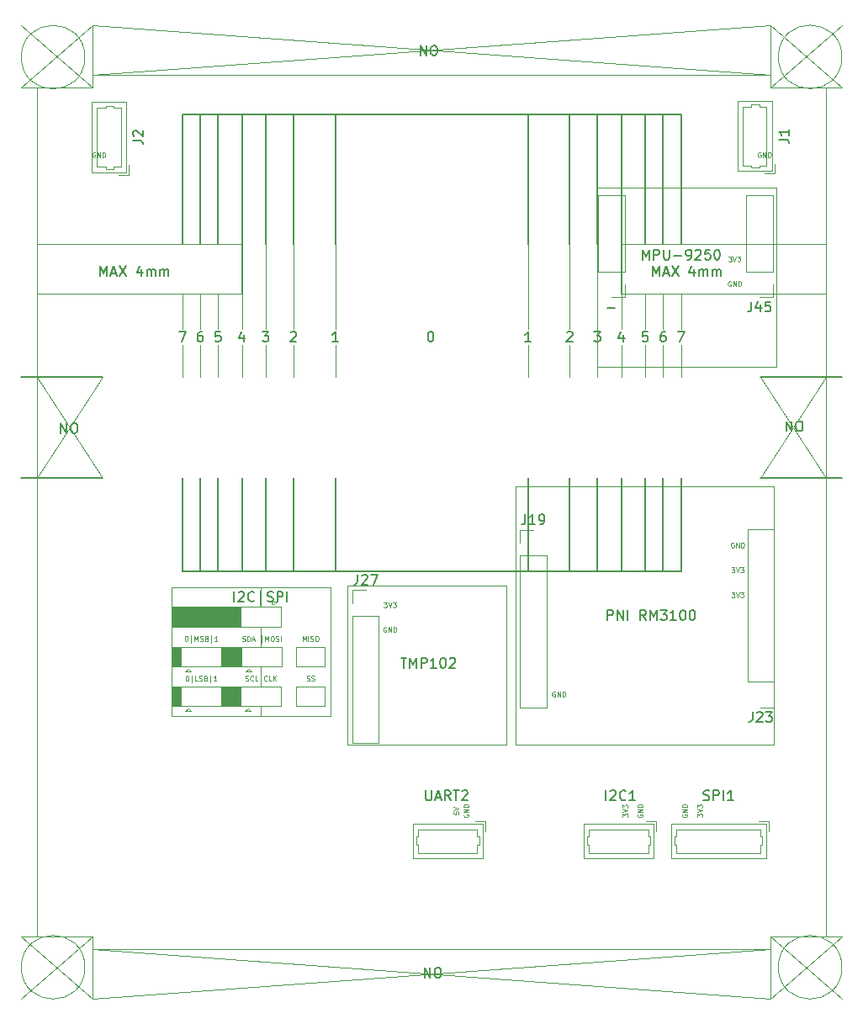
<source format=gbr>
G04 #@! TF.GenerationSoftware,KiCad,Pcbnew,(5.1.2)-2*
G04 #@! TF.CreationDate,2021-05-04T11:05:58-04:00*
G04 #@! TF.ProjectId,Magnetometer_A,4d61676e-6574-46f6-9d65-7465725f412e,rev?*
G04 #@! TF.SameCoordinates,Original*
G04 #@! TF.FileFunction,Legend,Top*
G04 #@! TF.FilePolarity,Positive*
%FSLAX46Y46*%
G04 Gerber Fmt 4.6, Leading zero omitted, Abs format (unit mm)*
G04 Created by KiCad (PCBNEW (5.1.2)-2) date 2021-05-04 11:05:58*
%MOMM*%
%LPD*%
G04 APERTURE LIST*
%ADD10C,0.125000*%
%ADD11C,0.100000*%
%ADD12C,0.120000*%
%ADD13C,0.150000*%
G04 APERTURE END LIST*
D10*
X79226190Y-112095238D02*
X79226190Y-112333333D01*
X79464285Y-112357142D01*
X79440476Y-112333333D01*
X79416666Y-112285714D01*
X79416666Y-112166666D01*
X79440476Y-112119047D01*
X79464285Y-112095238D01*
X79511904Y-112071428D01*
X79630952Y-112071428D01*
X79678571Y-112095238D01*
X79702380Y-112119047D01*
X79726190Y-112166666D01*
X79726190Y-112285714D01*
X79702380Y-112333333D01*
X79678571Y-112357142D01*
X79226190Y-111928571D02*
X79726190Y-111761904D01*
X79226190Y-111595238D01*
X106880952Y-56226190D02*
X107190476Y-56226190D01*
X107023809Y-56416666D01*
X107095238Y-56416666D01*
X107142857Y-56440476D01*
X107166666Y-56464285D01*
X107190476Y-56511904D01*
X107190476Y-56630952D01*
X107166666Y-56678571D01*
X107142857Y-56702380D01*
X107095238Y-56726190D01*
X106952380Y-56726190D01*
X106904761Y-56702380D01*
X106880952Y-56678571D01*
X107333333Y-56226190D02*
X107500000Y-56726190D01*
X107666666Y-56226190D01*
X107785714Y-56226190D02*
X108095238Y-56226190D01*
X107928571Y-56416666D01*
X108000000Y-56416666D01*
X108047619Y-56440476D01*
X108071428Y-56464285D01*
X108095238Y-56511904D01*
X108095238Y-56630952D01*
X108071428Y-56678571D01*
X108047619Y-56702380D01*
X108000000Y-56726190D01*
X107857142Y-56726190D01*
X107809523Y-56702380D01*
X107785714Y-56678571D01*
X72180952Y-91026190D02*
X72490476Y-91026190D01*
X72323809Y-91216666D01*
X72395238Y-91216666D01*
X72442857Y-91240476D01*
X72466666Y-91264285D01*
X72490476Y-91311904D01*
X72490476Y-91430952D01*
X72466666Y-91478571D01*
X72442857Y-91502380D01*
X72395238Y-91526190D01*
X72252380Y-91526190D01*
X72204761Y-91502380D01*
X72180952Y-91478571D01*
X72633333Y-91026190D02*
X72800000Y-91526190D01*
X72966666Y-91026190D01*
X73085714Y-91026190D02*
X73395238Y-91026190D01*
X73228571Y-91216666D01*
X73300000Y-91216666D01*
X73347619Y-91240476D01*
X73371428Y-91264285D01*
X73395238Y-91311904D01*
X73395238Y-91430952D01*
X73371428Y-91478571D01*
X73347619Y-91502380D01*
X73300000Y-91526190D01*
X73157142Y-91526190D01*
X73109523Y-91502380D01*
X73085714Y-91478571D01*
X107180952Y-90026190D02*
X107490476Y-90026190D01*
X107323809Y-90216666D01*
X107395238Y-90216666D01*
X107442857Y-90240476D01*
X107466666Y-90264285D01*
X107490476Y-90311904D01*
X107490476Y-90430952D01*
X107466666Y-90478571D01*
X107442857Y-90502380D01*
X107395238Y-90526190D01*
X107252380Y-90526190D01*
X107204761Y-90502380D01*
X107180952Y-90478571D01*
X107633333Y-90026190D02*
X107800000Y-90526190D01*
X107966666Y-90026190D01*
X108085714Y-90026190D02*
X108395238Y-90026190D01*
X108228571Y-90216666D01*
X108300000Y-90216666D01*
X108347619Y-90240476D01*
X108371428Y-90264285D01*
X108395238Y-90311904D01*
X108395238Y-90430952D01*
X108371428Y-90478571D01*
X108347619Y-90502380D01*
X108300000Y-90526190D01*
X108157142Y-90526190D01*
X108109523Y-90502380D01*
X108085714Y-90478571D01*
X107180952Y-87526190D02*
X107490476Y-87526190D01*
X107323809Y-87716666D01*
X107395238Y-87716666D01*
X107442857Y-87740476D01*
X107466666Y-87764285D01*
X107490476Y-87811904D01*
X107490476Y-87930952D01*
X107466666Y-87978571D01*
X107442857Y-88002380D01*
X107395238Y-88026190D01*
X107252380Y-88026190D01*
X107204761Y-88002380D01*
X107180952Y-87978571D01*
X107633333Y-87526190D02*
X107800000Y-88026190D01*
X107966666Y-87526190D01*
X108085714Y-87526190D02*
X108395238Y-87526190D01*
X108228571Y-87716666D01*
X108300000Y-87716666D01*
X108347619Y-87740476D01*
X108371428Y-87764285D01*
X108395238Y-87811904D01*
X108395238Y-87930952D01*
X108371428Y-87978571D01*
X108347619Y-88002380D01*
X108300000Y-88026190D01*
X108157142Y-88026190D01*
X108109523Y-88002380D01*
X108085714Y-87978571D01*
X103726190Y-112619047D02*
X103726190Y-112309523D01*
X103916666Y-112476190D01*
X103916666Y-112404761D01*
X103940476Y-112357142D01*
X103964285Y-112333333D01*
X104011904Y-112309523D01*
X104130952Y-112309523D01*
X104178571Y-112333333D01*
X104202380Y-112357142D01*
X104226190Y-112404761D01*
X104226190Y-112547619D01*
X104202380Y-112595238D01*
X104178571Y-112619047D01*
X103726190Y-112166666D02*
X104226190Y-112000000D01*
X103726190Y-111833333D01*
X103726190Y-111714285D02*
X103726190Y-111404761D01*
X103916666Y-111571428D01*
X103916666Y-111500000D01*
X103940476Y-111452380D01*
X103964285Y-111428571D01*
X104011904Y-111404761D01*
X104130952Y-111404761D01*
X104178571Y-111428571D01*
X104202380Y-111452380D01*
X104226190Y-111500000D01*
X104226190Y-111642857D01*
X104202380Y-111690476D01*
X104178571Y-111714285D01*
X96226190Y-112619047D02*
X96226190Y-112309523D01*
X96416666Y-112476190D01*
X96416666Y-112404761D01*
X96440476Y-112357142D01*
X96464285Y-112333333D01*
X96511904Y-112309523D01*
X96630952Y-112309523D01*
X96678571Y-112333333D01*
X96702380Y-112357142D01*
X96726190Y-112404761D01*
X96726190Y-112547619D01*
X96702380Y-112595238D01*
X96678571Y-112619047D01*
X96226190Y-112166666D02*
X96726190Y-112000000D01*
X96226190Y-111833333D01*
X96226190Y-111714285D02*
X96226190Y-111404761D01*
X96416666Y-111571428D01*
X96416666Y-111500000D01*
X96440476Y-111452380D01*
X96464285Y-111428571D01*
X96511904Y-111404761D01*
X96630952Y-111404761D01*
X96678571Y-111428571D01*
X96702380Y-111452380D01*
X96726190Y-111500000D01*
X96726190Y-111642857D01*
X96702380Y-111690476D01*
X96678571Y-111714285D01*
X80250000Y-112380952D02*
X80226190Y-112428571D01*
X80226190Y-112500000D01*
X80250000Y-112571428D01*
X80297619Y-112619047D01*
X80345238Y-112642857D01*
X80440476Y-112666666D01*
X80511904Y-112666666D01*
X80607142Y-112642857D01*
X80654761Y-112619047D01*
X80702380Y-112571428D01*
X80726190Y-112500000D01*
X80726190Y-112452380D01*
X80702380Y-112380952D01*
X80678571Y-112357142D01*
X80511904Y-112357142D01*
X80511904Y-112452380D01*
X80726190Y-112142857D02*
X80226190Y-112142857D01*
X80726190Y-111857142D01*
X80226190Y-111857142D01*
X80726190Y-111619047D02*
X80226190Y-111619047D01*
X80226190Y-111500000D01*
X80250000Y-111428571D01*
X80297619Y-111380952D01*
X80345238Y-111357142D01*
X80440476Y-111333333D01*
X80511904Y-111333333D01*
X80607142Y-111357142D01*
X80654761Y-111380952D01*
X80702380Y-111428571D01*
X80726190Y-111500000D01*
X80726190Y-111619047D01*
X97750000Y-112380952D02*
X97726190Y-112428571D01*
X97726190Y-112500000D01*
X97750000Y-112571428D01*
X97797619Y-112619047D01*
X97845238Y-112642857D01*
X97940476Y-112666666D01*
X98011904Y-112666666D01*
X98107142Y-112642857D01*
X98154761Y-112619047D01*
X98202380Y-112571428D01*
X98226190Y-112500000D01*
X98226190Y-112452380D01*
X98202380Y-112380952D01*
X98178571Y-112357142D01*
X98011904Y-112357142D01*
X98011904Y-112452380D01*
X98226190Y-112142857D02*
X97726190Y-112142857D01*
X98226190Y-111857142D01*
X97726190Y-111857142D01*
X98226190Y-111619047D02*
X97726190Y-111619047D01*
X97726190Y-111500000D01*
X97750000Y-111428571D01*
X97797619Y-111380952D01*
X97845238Y-111357142D01*
X97940476Y-111333333D01*
X98011904Y-111333333D01*
X98107142Y-111357142D01*
X98154761Y-111380952D01*
X98202380Y-111428571D01*
X98226190Y-111500000D01*
X98226190Y-111619047D01*
X102250000Y-112380952D02*
X102226190Y-112428571D01*
X102226190Y-112500000D01*
X102250000Y-112571428D01*
X102297619Y-112619047D01*
X102345238Y-112642857D01*
X102440476Y-112666666D01*
X102511904Y-112666666D01*
X102607142Y-112642857D01*
X102654761Y-112619047D01*
X102702380Y-112571428D01*
X102726190Y-112500000D01*
X102726190Y-112452380D01*
X102702380Y-112380952D01*
X102678571Y-112357142D01*
X102511904Y-112357142D01*
X102511904Y-112452380D01*
X102726190Y-112142857D02*
X102226190Y-112142857D01*
X102726190Y-111857142D01*
X102226190Y-111857142D01*
X102726190Y-111619047D02*
X102226190Y-111619047D01*
X102226190Y-111500000D01*
X102250000Y-111428571D01*
X102297619Y-111380952D01*
X102345238Y-111357142D01*
X102440476Y-111333333D01*
X102511904Y-111333333D01*
X102607142Y-111357142D01*
X102654761Y-111380952D01*
X102702380Y-111428571D01*
X102726190Y-111500000D01*
X102726190Y-111619047D01*
X89419047Y-100050000D02*
X89371428Y-100026190D01*
X89300000Y-100026190D01*
X89228571Y-100050000D01*
X89180952Y-100097619D01*
X89157142Y-100145238D01*
X89133333Y-100240476D01*
X89133333Y-100311904D01*
X89157142Y-100407142D01*
X89180952Y-100454761D01*
X89228571Y-100502380D01*
X89300000Y-100526190D01*
X89347619Y-100526190D01*
X89419047Y-100502380D01*
X89442857Y-100478571D01*
X89442857Y-100311904D01*
X89347619Y-100311904D01*
X89657142Y-100526190D02*
X89657142Y-100026190D01*
X89942857Y-100526190D01*
X89942857Y-100026190D01*
X90180952Y-100526190D02*
X90180952Y-100026190D01*
X90300000Y-100026190D01*
X90371428Y-100050000D01*
X90419047Y-100097619D01*
X90442857Y-100145238D01*
X90466666Y-100240476D01*
X90466666Y-100311904D01*
X90442857Y-100407142D01*
X90419047Y-100454761D01*
X90371428Y-100502380D01*
X90300000Y-100526190D01*
X90180952Y-100526190D01*
X107419047Y-85050000D02*
X107371428Y-85026190D01*
X107300000Y-85026190D01*
X107228571Y-85050000D01*
X107180952Y-85097619D01*
X107157142Y-85145238D01*
X107133333Y-85240476D01*
X107133333Y-85311904D01*
X107157142Y-85407142D01*
X107180952Y-85454761D01*
X107228571Y-85502380D01*
X107300000Y-85526190D01*
X107347619Y-85526190D01*
X107419047Y-85502380D01*
X107442857Y-85478571D01*
X107442857Y-85311904D01*
X107347619Y-85311904D01*
X107657142Y-85526190D02*
X107657142Y-85026190D01*
X107942857Y-85526190D01*
X107942857Y-85026190D01*
X108180952Y-85526190D02*
X108180952Y-85026190D01*
X108300000Y-85026190D01*
X108371428Y-85050000D01*
X108419047Y-85097619D01*
X108442857Y-85145238D01*
X108466666Y-85240476D01*
X108466666Y-85311904D01*
X108442857Y-85407142D01*
X108419047Y-85454761D01*
X108371428Y-85502380D01*
X108300000Y-85526190D01*
X108180952Y-85526190D01*
X72419047Y-93550000D02*
X72371428Y-93526190D01*
X72300000Y-93526190D01*
X72228571Y-93550000D01*
X72180952Y-93597619D01*
X72157142Y-93645238D01*
X72133333Y-93740476D01*
X72133333Y-93811904D01*
X72157142Y-93907142D01*
X72180952Y-93954761D01*
X72228571Y-94002380D01*
X72300000Y-94026190D01*
X72347619Y-94026190D01*
X72419047Y-94002380D01*
X72442857Y-93978571D01*
X72442857Y-93811904D01*
X72347619Y-93811904D01*
X72657142Y-94026190D02*
X72657142Y-93526190D01*
X72942857Y-94026190D01*
X72942857Y-93526190D01*
X73180952Y-94026190D02*
X73180952Y-93526190D01*
X73300000Y-93526190D01*
X73371428Y-93550000D01*
X73419047Y-93597619D01*
X73442857Y-93645238D01*
X73466666Y-93740476D01*
X73466666Y-93811904D01*
X73442857Y-93907142D01*
X73419047Y-93954761D01*
X73371428Y-94002380D01*
X73300000Y-94026190D01*
X73180952Y-94026190D01*
X43119047Y-45750000D02*
X43071428Y-45726190D01*
X43000000Y-45726190D01*
X42928571Y-45750000D01*
X42880952Y-45797619D01*
X42857142Y-45845238D01*
X42833333Y-45940476D01*
X42833333Y-46011904D01*
X42857142Y-46107142D01*
X42880952Y-46154761D01*
X42928571Y-46202380D01*
X43000000Y-46226190D01*
X43047619Y-46226190D01*
X43119047Y-46202380D01*
X43142857Y-46178571D01*
X43142857Y-46011904D01*
X43047619Y-46011904D01*
X43357142Y-46226190D02*
X43357142Y-45726190D01*
X43642857Y-46226190D01*
X43642857Y-45726190D01*
X43880952Y-46226190D02*
X43880952Y-45726190D01*
X44000000Y-45726190D01*
X44071428Y-45750000D01*
X44119047Y-45797619D01*
X44142857Y-45845238D01*
X44166666Y-45940476D01*
X44166666Y-46011904D01*
X44142857Y-46107142D01*
X44119047Y-46154761D01*
X44071428Y-46202380D01*
X44000000Y-46226190D01*
X43880952Y-46226190D01*
X110119047Y-45750000D02*
X110071428Y-45726190D01*
X110000000Y-45726190D01*
X109928571Y-45750000D01*
X109880952Y-45797619D01*
X109857142Y-45845238D01*
X109833333Y-45940476D01*
X109833333Y-46011904D01*
X109857142Y-46107142D01*
X109880952Y-46154761D01*
X109928571Y-46202380D01*
X110000000Y-46226190D01*
X110047619Y-46226190D01*
X110119047Y-46202380D01*
X110142857Y-46178571D01*
X110142857Y-46011904D01*
X110047619Y-46011904D01*
X110357142Y-46226190D02*
X110357142Y-45726190D01*
X110642857Y-46226190D01*
X110642857Y-45726190D01*
X110880952Y-46226190D02*
X110880952Y-45726190D01*
X111000000Y-45726190D01*
X111071428Y-45750000D01*
X111119047Y-45797619D01*
X111142857Y-45845238D01*
X111166666Y-45940476D01*
X111166666Y-46011904D01*
X111142857Y-46107142D01*
X111119047Y-46154761D01*
X111071428Y-46202380D01*
X111000000Y-46226190D01*
X110880952Y-46226190D01*
X107119047Y-58750000D02*
X107071428Y-58726190D01*
X107000000Y-58726190D01*
X106928571Y-58750000D01*
X106880952Y-58797619D01*
X106857142Y-58845238D01*
X106833333Y-58940476D01*
X106833333Y-59011904D01*
X106857142Y-59107142D01*
X106880952Y-59154761D01*
X106928571Y-59202380D01*
X107000000Y-59226190D01*
X107047619Y-59226190D01*
X107119047Y-59202380D01*
X107142857Y-59178571D01*
X107142857Y-59011904D01*
X107047619Y-59011904D01*
X107357142Y-59226190D02*
X107357142Y-58726190D01*
X107642857Y-59226190D01*
X107642857Y-58726190D01*
X107880952Y-59226190D02*
X107880952Y-58726190D01*
X108000000Y-58726190D01*
X108071428Y-58750000D01*
X108119047Y-58797619D01*
X108142857Y-58845238D01*
X108166666Y-58940476D01*
X108166666Y-59011904D01*
X108142857Y-59107142D01*
X108119047Y-59154761D01*
X108071428Y-59202380D01*
X108000000Y-59226190D01*
X107880952Y-59226190D01*
D11*
G36*
X57750000Y-93500000D02*
G01*
X50800000Y-93500000D01*
X50800000Y-91500000D01*
X57750000Y-91500000D01*
X57750000Y-93500000D01*
G37*
X57750000Y-93500000D02*
X50800000Y-93500000D01*
X50800000Y-91500000D01*
X57750000Y-91500000D01*
X57750000Y-93500000D01*
G36*
X51750000Y-101500000D02*
G01*
X50800000Y-101500000D01*
X50800000Y-99500000D01*
X51750000Y-99500000D01*
X51750000Y-101500000D01*
G37*
X51750000Y-101500000D02*
X50800000Y-101500000D01*
X50800000Y-99500000D01*
X51750000Y-99500000D01*
X51750000Y-101500000D01*
G36*
X51750000Y-97500000D02*
G01*
X50800000Y-97500000D01*
X50800000Y-95500000D01*
X51800000Y-95500000D01*
X51750000Y-97500000D01*
G37*
X51750000Y-97500000D02*
X50800000Y-97500000D01*
X50800000Y-95500000D01*
X51800000Y-95500000D01*
X51750000Y-97500000D01*
G36*
X57750000Y-97500000D02*
G01*
X55850000Y-97500000D01*
X55850000Y-95500000D01*
X57750000Y-95500000D01*
X57750000Y-97500000D01*
G37*
X57750000Y-97500000D02*
X55850000Y-97500000D01*
X55850000Y-95500000D01*
X57750000Y-95500000D01*
X57750000Y-97500000D01*
G36*
X57750000Y-101500000D02*
G01*
X55850000Y-101500000D01*
X55850000Y-99500000D01*
X57750000Y-99500000D01*
X57750000Y-101500000D01*
G37*
X57750000Y-101500000D02*
X55850000Y-101500000D01*
X55850000Y-99500000D01*
X57750000Y-99500000D01*
X57750000Y-101500000D01*
D12*
X50800000Y-102500000D02*
X59800000Y-102500000D01*
X50800000Y-89500000D02*
X50800000Y-102500000D01*
X59800000Y-89500000D02*
X50800000Y-89500000D01*
X59800000Y-91500000D02*
X59800000Y-89500000D01*
X59800000Y-99500000D02*
X59800000Y-97500000D01*
X59800000Y-95500000D02*
X59800000Y-93500000D01*
X59800000Y-102500000D02*
X59800000Y-101500000D01*
X66800000Y-102500000D02*
X59800000Y-102500000D01*
X66800000Y-89500000D02*
X66800000Y-102500000D01*
X59800000Y-89500000D02*
X66800000Y-89500000D01*
D13*
X98219047Y-56552380D02*
X98219047Y-55552380D01*
X98552380Y-56266666D01*
X98885714Y-55552380D01*
X98885714Y-56552380D01*
X99361904Y-56552380D02*
X99361904Y-55552380D01*
X99742857Y-55552380D01*
X99838095Y-55600000D01*
X99885714Y-55647619D01*
X99933333Y-55742857D01*
X99933333Y-55885714D01*
X99885714Y-55980952D01*
X99838095Y-56028571D01*
X99742857Y-56076190D01*
X99361904Y-56076190D01*
X100361904Y-55552380D02*
X100361904Y-56361904D01*
X100409523Y-56457142D01*
X100457142Y-56504761D01*
X100552380Y-56552380D01*
X100742857Y-56552380D01*
X100838095Y-56504761D01*
X100885714Y-56457142D01*
X100933333Y-56361904D01*
X100933333Y-55552380D01*
X101409523Y-56171428D02*
X102171428Y-56171428D01*
X102695238Y-56552380D02*
X102885714Y-56552380D01*
X102980952Y-56504761D01*
X103028571Y-56457142D01*
X103123809Y-56314285D01*
X103171428Y-56123809D01*
X103171428Y-55742857D01*
X103123809Y-55647619D01*
X103076190Y-55600000D01*
X102980952Y-55552380D01*
X102790476Y-55552380D01*
X102695238Y-55600000D01*
X102647619Y-55647619D01*
X102600000Y-55742857D01*
X102600000Y-55980952D01*
X102647619Y-56076190D01*
X102695238Y-56123809D01*
X102790476Y-56171428D01*
X102980952Y-56171428D01*
X103076190Y-56123809D01*
X103123809Y-56076190D01*
X103171428Y-55980952D01*
X103552380Y-55647619D02*
X103600000Y-55600000D01*
X103695238Y-55552380D01*
X103933333Y-55552380D01*
X104028571Y-55600000D01*
X104076190Y-55647619D01*
X104123809Y-55742857D01*
X104123809Y-55838095D01*
X104076190Y-55980952D01*
X103504761Y-56552380D01*
X104123809Y-56552380D01*
X105028571Y-55552380D02*
X104552380Y-55552380D01*
X104504761Y-56028571D01*
X104552380Y-55980952D01*
X104647619Y-55933333D01*
X104885714Y-55933333D01*
X104980952Y-55980952D01*
X105028571Y-56028571D01*
X105076190Y-56123809D01*
X105076190Y-56361904D01*
X105028571Y-56457142D01*
X104980952Y-56504761D01*
X104885714Y-56552380D01*
X104647619Y-56552380D01*
X104552380Y-56504761D01*
X104504761Y-56457142D01*
X105695238Y-55552380D02*
X105790476Y-55552380D01*
X105885714Y-55600000D01*
X105933333Y-55647619D01*
X105980952Y-55742857D01*
X106028571Y-55933333D01*
X106028571Y-56171428D01*
X105980952Y-56361904D01*
X105933333Y-56457142D01*
X105885714Y-56504761D01*
X105790476Y-56552380D01*
X105695238Y-56552380D01*
X105600000Y-56504761D01*
X105552380Y-56457142D01*
X105504761Y-56361904D01*
X105457142Y-56171428D01*
X105457142Y-55933333D01*
X105504761Y-55742857D01*
X105552380Y-55647619D01*
X105600000Y-55600000D01*
X105695238Y-55552380D01*
D12*
X93680000Y-67330000D02*
X93680000Y-49330000D01*
X111680000Y-67330000D02*
X93680000Y-67330000D01*
X111680000Y-49330000D02*
X111680000Y-67330000D01*
X93680000Y-49330000D02*
X111680000Y-49330000D01*
D13*
X73914285Y-96622380D02*
X74485714Y-96622380D01*
X74200000Y-97622380D02*
X74200000Y-96622380D01*
X74819047Y-97622380D02*
X74819047Y-96622380D01*
X75152380Y-97336666D01*
X75485714Y-96622380D01*
X75485714Y-97622380D01*
X75961904Y-97622380D02*
X75961904Y-96622380D01*
X76342857Y-96622380D01*
X76438095Y-96670000D01*
X76485714Y-96717619D01*
X76533333Y-96812857D01*
X76533333Y-96955714D01*
X76485714Y-97050952D01*
X76438095Y-97098571D01*
X76342857Y-97146190D01*
X75961904Y-97146190D01*
X77485714Y-97622380D02*
X76914285Y-97622380D01*
X77200000Y-97622380D02*
X77200000Y-96622380D01*
X77104761Y-96765238D01*
X77009523Y-96860476D01*
X76914285Y-96908095D01*
X78104761Y-96622380D02*
X78200000Y-96622380D01*
X78295238Y-96670000D01*
X78342857Y-96717619D01*
X78390476Y-96812857D01*
X78438095Y-97003333D01*
X78438095Y-97241428D01*
X78390476Y-97431904D01*
X78342857Y-97527142D01*
X78295238Y-97574761D01*
X78200000Y-97622380D01*
X78104761Y-97622380D01*
X78009523Y-97574761D01*
X77961904Y-97527142D01*
X77914285Y-97431904D01*
X77866666Y-97241428D01*
X77866666Y-97003333D01*
X77914285Y-96812857D01*
X77961904Y-96717619D01*
X78009523Y-96670000D01*
X78104761Y-96622380D01*
X78819047Y-96717619D02*
X78866666Y-96670000D01*
X78961904Y-96622380D01*
X79200000Y-96622380D01*
X79295238Y-96670000D01*
X79342857Y-96717619D01*
X79390476Y-96812857D01*
X79390476Y-96908095D01*
X79342857Y-97050952D01*
X78771428Y-97622380D01*
X79390476Y-97622380D01*
D12*
X84500000Y-89370000D02*
X84500000Y-105370000D01*
X68500000Y-105370000D02*
X84500000Y-105370000D01*
X68500000Y-89370000D02*
X84500000Y-89370000D01*
X68500000Y-89370000D02*
X68500000Y-105370000D01*
X85490000Y-105360000D02*
X111490000Y-105360000D01*
X85490000Y-79360000D02*
X85490000Y-105360000D01*
X111490000Y-79360000D02*
X111490000Y-105360000D01*
X110490000Y-79360000D02*
X111490000Y-79360000D01*
X85490000Y-79360000D02*
X110490000Y-79360000D01*
D13*
X94709047Y-92812380D02*
X94709047Y-91812380D01*
X95090000Y-91812380D01*
X95185238Y-91860000D01*
X95232857Y-91907619D01*
X95280476Y-92002857D01*
X95280476Y-92145714D01*
X95232857Y-92240952D01*
X95185238Y-92288571D01*
X95090000Y-92336190D01*
X94709047Y-92336190D01*
X95709047Y-92812380D02*
X95709047Y-91812380D01*
X96280476Y-92812380D01*
X96280476Y-91812380D01*
X96756666Y-92812380D02*
X96756666Y-91812380D01*
X98566190Y-92812380D02*
X98232857Y-92336190D01*
X97994761Y-92812380D02*
X97994761Y-91812380D01*
X98375714Y-91812380D01*
X98470952Y-91860000D01*
X98518571Y-91907619D01*
X98566190Y-92002857D01*
X98566190Y-92145714D01*
X98518571Y-92240952D01*
X98470952Y-92288571D01*
X98375714Y-92336190D01*
X97994761Y-92336190D01*
X98994761Y-92812380D02*
X98994761Y-91812380D01*
X99328095Y-92526666D01*
X99661428Y-91812380D01*
X99661428Y-92812380D01*
X100042380Y-91812380D02*
X100661428Y-91812380D01*
X100328095Y-92193333D01*
X100470952Y-92193333D01*
X100566190Y-92240952D01*
X100613809Y-92288571D01*
X100661428Y-92383809D01*
X100661428Y-92621904D01*
X100613809Y-92717142D01*
X100566190Y-92764761D01*
X100470952Y-92812380D01*
X100185238Y-92812380D01*
X100090000Y-92764761D01*
X100042380Y-92717142D01*
X101613809Y-92812380D02*
X101042380Y-92812380D01*
X101328095Y-92812380D02*
X101328095Y-91812380D01*
X101232857Y-91955238D01*
X101137619Y-92050476D01*
X101042380Y-92098095D01*
X102232857Y-91812380D02*
X102328095Y-91812380D01*
X102423333Y-91860000D01*
X102470952Y-91907619D01*
X102518571Y-92002857D01*
X102566190Y-92193333D01*
X102566190Y-92431428D01*
X102518571Y-92621904D01*
X102470952Y-92717142D01*
X102423333Y-92764761D01*
X102328095Y-92812380D01*
X102232857Y-92812380D01*
X102137619Y-92764761D01*
X102090000Y-92717142D01*
X102042380Y-92621904D01*
X101994761Y-92431428D01*
X101994761Y-92193333D01*
X102042380Y-92002857D01*
X102090000Y-91907619D01*
X102137619Y-91860000D01*
X102232857Y-91812380D01*
X103185238Y-91812380D02*
X103280476Y-91812380D01*
X103375714Y-91860000D01*
X103423333Y-91907619D01*
X103470952Y-92002857D01*
X103518571Y-92193333D01*
X103518571Y-92431428D01*
X103470952Y-92621904D01*
X103423333Y-92717142D01*
X103375714Y-92764761D01*
X103280476Y-92812380D01*
X103185238Y-92812380D01*
X103090000Y-92764761D01*
X103042380Y-92717142D01*
X102994761Y-92621904D01*
X102947142Y-92431428D01*
X102947142Y-92193333D01*
X102994761Y-92002857D01*
X103042380Y-91907619D01*
X103090000Y-91860000D01*
X103185238Y-91812380D01*
D12*
X116700000Y-124650000D02*
X116700000Y-39250000D01*
X37300000Y-39250000D02*
X37300000Y-124650000D01*
X42900000Y-37950000D02*
X111100000Y-37950000D01*
X42890000Y-32950000D02*
X111100000Y-37950000D01*
X111100000Y-32950000D02*
X42910000Y-37950000D01*
X42900000Y-125950000D02*
X111110000Y-125950000D01*
X111100000Y-130950000D02*
X42900000Y-125950000D01*
X42900000Y-130950000D02*
X111110000Y-125950000D01*
X35700000Y-130950000D02*
X42900000Y-124650000D01*
X35700000Y-124650000D02*
X42900000Y-130950000D01*
X118300000Y-124650000D02*
X111100000Y-130950000D01*
X118300000Y-130950000D02*
X111100000Y-124660000D01*
X111100000Y-39250000D02*
X111100000Y-32950000D01*
X111100000Y-39250000D02*
X118300000Y-39250000D01*
X118300000Y-32950000D02*
X111100000Y-39250000D01*
X111100000Y-32950000D02*
X118300000Y-39250000D01*
X35700000Y-39250000D02*
X42910000Y-39260000D01*
X42890000Y-32950000D02*
X42910000Y-39260000D01*
X35700000Y-39250000D02*
X42890000Y-32950000D01*
X35700000Y-32950000D02*
X42910000Y-39260000D01*
X111100000Y-124660000D02*
X118300000Y-124650000D01*
X111100000Y-130950000D02*
X111100000Y-124660000D01*
X42900000Y-124650000D02*
X42900000Y-130950000D01*
X35700000Y-124650000D02*
X42900000Y-124650000D01*
X110100000Y-68350000D02*
X116700000Y-78550000D01*
X110100000Y-78550000D02*
X116700000Y-68350000D01*
X43900000Y-78550000D02*
X37300000Y-68350000D01*
X43900000Y-68350000D02*
X37300000Y-78550000D01*
X96100000Y-59950000D02*
X116700000Y-59950000D01*
X96100000Y-54950000D02*
X116700000Y-54950000D01*
X57900000Y-59950000D02*
X37300000Y-59950000D01*
X57900000Y-54950000D02*
X37300000Y-54950000D01*
X60300000Y-59950000D02*
X60300000Y-54950000D01*
X63100000Y-59950000D02*
X63100000Y-54950000D01*
X67300000Y-59950000D02*
X67300000Y-54950000D01*
X86700000Y-59950000D02*
X86700000Y-54950000D01*
X90900000Y-59950000D02*
X90900000Y-54950000D01*
X93700000Y-59950000D02*
X93700000Y-54950000D01*
D13*
X93366666Y-63802380D02*
X93985714Y-63802380D01*
X93652380Y-64183333D01*
X93795238Y-64183333D01*
X93890476Y-64230952D01*
X93938095Y-64278571D01*
X93985714Y-64373809D01*
X93985714Y-64611904D01*
X93938095Y-64707142D01*
X93890476Y-64754761D01*
X93795238Y-64802380D01*
X93509523Y-64802380D01*
X93414285Y-64754761D01*
X93366666Y-64707142D01*
D12*
X102100000Y-59950000D02*
X102100000Y-63550000D01*
X102100000Y-68350000D02*
X102100000Y-65150000D01*
X100300000Y-59950000D02*
X100300000Y-63550000D01*
X100300000Y-68350000D02*
X100300000Y-65150000D01*
X98500000Y-68350000D02*
X98500000Y-65150000D01*
X98500000Y-59950000D02*
X98500000Y-63550000D01*
X96100000Y-59950000D02*
X96100000Y-63550000D01*
X96100000Y-68350000D02*
X96100000Y-65150000D01*
X93700000Y-59950000D02*
X93700000Y-63550000D01*
X93700000Y-68350000D02*
X93700000Y-65150000D01*
X90900000Y-59950000D02*
X90900000Y-63550000D01*
X90900000Y-68350000D02*
X90900000Y-65150000D01*
X86700000Y-59950000D02*
X86700000Y-63550000D01*
X86700000Y-68350000D02*
X86700000Y-65150000D01*
X67300000Y-59950000D02*
X67300000Y-63550000D01*
X67300000Y-68350000D02*
X67300000Y-65150000D01*
X63100000Y-68350000D02*
X63100000Y-65150000D01*
X63100000Y-59950000D02*
X63100000Y-63550000D01*
X60300000Y-65150000D02*
X60300000Y-68350000D01*
X60300000Y-59950000D02*
X60300000Y-63550000D01*
X57900000Y-65150000D02*
X57900000Y-68350000D01*
X57900000Y-63550000D02*
X57900000Y-59950000D01*
D13*
X55738095Y-63802380D02*
X55261904Y-63802380D01*
X55214285Y-64278571D01*
X55261904Y-64230952D01*
X55357142Y-64183333D01*
X55595238Y-64183333D01*
X55690476Y-64230952D01*
X55738095Y-64278571D01*
X55785714Y-64373809D01*
X55785714Y-64611904D01*
X55738095Y-64707142D01*
X55690476Y-64754761D01*
X55595238Y-64802380D01*
X55357142Y-64802380D01*
X55261904Y-64754761D01*
X55214285Y-64707142D01*
D12*
X55500000Y-65150000D02*
X55500000Y-68350000D01*
X55500000Y-63550000D02*
X55500000Y-59950000D01*
D13*
X53890476Y-63802380D02*
X53700000Y-63802380D01*
X53604761Y-63850000D01*
X53557142Y-63897619D01*
X53461904Y-64040476D01*
X53414285Y-64230952D01*
X53414285Y-64611904D01*
X53461904Y-64707142D01*
X53509523Y-64754761D01*
X53604761Y-64802380D01*
X53795238Y-64802380D01*
X53890476Y-64754761D01*
X53938095Y-64707142D01*
X53985714Y-64611904D01*
X53985714Y-64373809D01*
X53938095Y-64278571D01*
X53890476Y-64230952D01*
X53795238Y-64183333D01*
X53604761Y-64183333D01*
X53509523Y-64230952D01*
X53461904Y-64278571D01*
X53414285Y-64373809D01*
D12*
X53700000Y-63550000D02*
X53700000Y-59950000D01*
X53700000Y-68350000D02*
X53700000Y-65150000D01*
X51900000Y-68350000D02*
X51900000Y-65150000D01*
X51900000Y-59950000D02*
X51900000Y-63550000D01*
D13*
X51566666Y-63802380D02*
X52233333Y-63802380D01*
X51804761Y-64802380D01*
X58090476Y-64135714D02*
X58090476Y-64802380D01*
X57852380Y-63754761D02*
X57614285Y-64469047D01*
X58233333Y-64469047D01*
X59966666Y-63802380D02*
X60585714Y-63802380D01*
X60252380Y-64183333D01*
X60395238Y-64183333D01*
X60490476Y-64230952D01*
X60538095Y-64278571D01*
X60585714Y-64373809D01*
X60585714Y-64611904D01*
X60538095Y-64707142D01*
X60490476Y-64754761D01*
X60395238Y-64802380D01*
X60109523Y-64802380D01*
X60014285Y-64754761D01*
X59966666Y-64707142D01*
X101766666Y-63802380D02*
X102433333Y-63802380D01*
X102004761Y-64802380D01*
X100490476Y-63802380D02*
X100300000Y-63802380D01*
X100204761Y-63850000D01*
X100157142Y-63897619D01*
X100061904Y-64040476D01*
X100014285Y-64230952D01*
X100014285Y-64611904D01*
X100061904Y-64707142D01*
X100109523Y-64754761D01*
X100204761Y-64802380D01*
X100395238Y-64802380D01*
X100490476Y-64754761D01*
X100538095Y-64707142D01*
X100585714Y-64611904D01*
X100585714Y-64373809D01*
X100538095Y-64278571D01*
X100490476Y-64230952D01*
X100395238Y-64183333D01*
X100204761Y-64183333D01*
X100109523Y-64230952D01*
X100061904Y-64278571D01*
X100014285Y-64373809D01*
X98738095Y-63802380D02*
X98261904Y-63802380D01*
X98214285Y-64278571D01*
X98261904Y-64230952D01*
X98357142Y-64183333D01*
X98595238Y-64183333D01*
X98690476Y-64230952D01*
X98738095Y-64278571D01*
X98785714Y-64373809D01*
X98785714Y-64611904D01*
X98738095Y-64707142D01*
X98690476Y-64754761D01*
X98595238Y-64802380D01*
X98357142Y-64802380D01*
X98261904Y-64754761D01*
X98214285Y-64707142D01*
X96290476Y-64135714D02*
X96290476Y-64802380D01*
X96052380Y-63754761D02*
X95814285Y-64469047D01*
X96433333Y-64469047D01*
X62814285Y-63897619D02*
X62861904Y-63850000D01*
X62957142Y-63802380D01*
X63195238Y-63802380D01*
X63290476Y-63850000D01*
X63338095Y-63897619D01*
X63385714Y-63992857D01*
X63385714Y-64088095D01*
X63338095Y-64230952D01*
X62766666Y-64802380D01*
X63385714Y-64802380D01*
X90614285Y-63897619D02*
X90661904Y-63850000D01*
X90757142Y-63802380D01*
X90995238Y-63802380D01*
X91090476Y-63850000D01*
X91138095Y-63897619D01*
X91185714Y-63992857D01*
X91185714Y-64088095D01*
X91138095Y-64230952D01*
X90566666Y-64802380D01*
X91185714Y-64802380D01*
X67585714Y-64802380D02*
X67014285Y-64802380D01*
X67300000Y-64802380D02*
X67300000Y-63802380D01*
X67204761Y-63945238D01*
X67109523Y-64040476D01*
X67014285Y-64088095D01*
X86985714Y-64802380D02*
X86414285Y-64802380D01*
X86700000Y-64802380D02*
X86700000Y-63802380D01*
X86604761Y-63945238D01*
X86509523Y-64040476D01*
X86414285Y-64088095D01*
X102100000Y-87950000D02*
X51900000Y-87950000D01*
X51900000Y-41950000D02*
X102100000Y-41950000D01*
X76852380Y-63802380D02*
X76947619Y-63802380D01*
X77042857Y-63850000D01*
X77090476Y-63897619D01*
X77138095Y-63992857D01*
X77185714Y-64183333D01*
X77185714Y-64421428D01*
X77138095Y-64611904D01*
X77090476Y-64707142D01*
X77042857Y-64754761D01*
X76947619Y-64802380D01*
X76852380Y-64802380D01*
X76757142Y-64754761D01*
X76709523Y-64707142D01*
X76661904Y-64611904D01*
X76614285Y-64421428D01*
X76614285Y-64183333D01*
X76661904Y-63992857D01*
X76709523Y-63897619D01*
X76757142Y-63850000D01*
X76852380Y-63802380D01*
X53700000Y-87950000D02*
X53700000Y-78550000D01*
X53700000Y-54950000D02*
X53700000Y-41950000D01*
X100300000Y-54950000D02*
X100300000Y-41950000D01*
X100300000Y-87950000D02*
X100300000Y-78550000D01*
X55500000Y-54950000D02*
X55500000Y-41950000D01*
X55500000Y-87950000D02*
X55500000Y-78550000D01*
X98500000Y-78550000D02*
X98500000Y-87950000D01*
X98500000Y-54950000D02*
X98500000Y-41950000D01*
X43671428Y-58202380D02*
X43671428Y-57202380D01*
X44004761Y-57916666D01*
X44338095Y-57202380D01*
X44338095Y-58202380D01*
X44766666Y-57916666D02*
X45242857Y-57916666D01*
X44671428Y-58202380D02*
X45004761Y-57202380D01*
X45338095Y-58202380D01*
X45576190Y-57202380D02*
X46242857Y-58202380D01*
X46242857Y-57202380D02*
X45576190Y-58202380D01*
X47814285Y-57535714D02*
X47814285Y-58202380D01*
X47576190Y-57154761D02*
X47338095Y-57869047D01*
X47957142Y-57869047D01*
X48338095Y-58202380D02*
X48338095Y-57535714D01*
X48338095Y-57630952D02*
X48385714Y-57583333D01*
X48480952Y-57535714D01*
X48623809Y-57535714D01*
X48719047Y-57583333D01*
X48766666Y-57678571D01*
X48766666Y-58202380D01*
X48766666Y-57678571D02*
X48814285Y-57583333D01*
X48909523Y-57535714D01*
X49052380Y-57535714D01*
X49147619Y-57583333D01*
X49195238Y-57678571D01*
X49195238Y-58202380D01*
X49671428Y-58202380D02*
X49671428Y-57535714D01*
X49671428Y-57630952D02*
X49719047Y-57583333D01*
X49814285Y-57535714D01*
X49957142Y-57535714D01*
X50052380Y-57583333D01*
X50100000Y-57678571D01*
X50100000Y-58202380D01*
X50100000Y-57678571D02*
X50147619Y-57583333D01*
X50242857Y-57535714D01*
X50385714Y-57535714D01*
X50480952Y-57583333D01*
X50528571Y-57678571D01*
X50528571Y-58202380D01*
X99271428Y-58202380D02*
X99271428Y-57202380D01*
X99604761Y-57916666D01*
X99938095Y-57202380D01*
X99938095Y-58202380D01*
X100366666Y-57916666D02*
X100842857Y-57916666D01*
X100271428Y-58202380D02*
X100604761Y-57202380D01*
X100938095Y-58202380D01*
X101176190Y-57202380D02*
X101842857Y-58202380D01*
X101842857Y-57202380D02*
X101176190Y-58202380D01*
X103414285Y-57535714D02*
X103414285Y-58202380D01*
X103176190Y-57154761D02*
X102938095Y-57869047D01*
X103557142Y-57869047D01*
X103938095Y-58202380D02*
X103938095Y-57535714D01*
X103938095Y-57630952D02*
X103985714Y-57583333D01*
X104080952Y-57535714D01*
X104223809Y-57535714D01*
X104319047Y-57583333D01*
X104366666Y-57678571D01*
X104366666Y-58202380D01*
X104366666Y-57678571D02*
X104414285Y-57583333D01*
X104509523Y-57535714D01*
X104652380Y-57535714D01*
X104747619Y-57583333D01*
X104795238Y-57678571D01*
X104795238Y-58202380D01*
X105271428Y-58202380D02*
X105271428Y-57535714D01*
X105271428Y-57630952D02*
X105319047Y-57583333D01*
X105414285Y-57535714D01*
X105557142Y-57535714D01*
X105652380Y-57583333D01*
X105700000Y-57678571D01*
X105700000Y-58202380D01*
X105700000Y-57678571D02*
X105747619Y-57583333D01*
X105842857Y-57535714D01*
X105985714Y-57535714D01*
X106080952Y-57583333D01*
X106128571Y-57678571D01*
X106128571Y-58202380D01*
X96100000Y-54950000D02*
X96100000Y-59950000D01*
X57900000Y-54950000D02*
X57900000Y-59950000D01*
X57900000Y-54950000D02*
X57900000Y-41950000D01*
X57900000Y-87950000D02*
X57900000Y-78550000D01*
X96100000Y-54950000D02*
X96100000Y-41950000D01*
X96100000Y-87950000D02*
X96100000Y-78550000D01*
X60300000Y-54950000D02*
X60300000Y-41950000D01*
X60300000Y-87950000D02*
X60300000Y-78550000D01*
X93700000Y-54950000D02*
X93700000Y-41950000D01*
X93700000Y-87950000D02*
X93700000Y-78550000D01*
X63100000Y-54950000D02*
X63100000Y-41950000D01*
X63100000Y-87950000D02*
X63100000Y-78550000D01*
X90900000Y-54950000D02*
X90900000Y-41950000D01*
X90900000Y-87950000D02*
X90900000Y-78550000D01*
X51900000Y-54950000D02*
X51900000Y-41950000D01*
X51900000Y-87950000D02*
X51900000Y-78550000D01*
X102100000Y-54950000D02*
X102100000Y-41950000D01*
X102100000Y-87950000D02*
X102100000Y-78550000D01*
X67300000Y-54950000D02*
X67300000Y-41950000D01*
X67300000Y-87950000D02*
X67300000Y-78550000D01*
X86700000Y-54950000D02*
X86700000Y-41950000D01*
X86700000Y-87950000D02*
X86700000Y-78550000D01*
X76290476Y-128802380D02*
X76290476Y-127802380D01*
X76861904Y-128802380D01*
X76861904Y-127802380D01*
X77528571Y-127802380D02*
X77719047Y-127802380D01*
X77814285Y-127850000D01*
X77909523Y-127945238D01*
X77957142Y-128135714D01*
X77957142Y-128469047D01*
X77909523Y-128659523D01*
X77814285Y-128754761D01*
X77719047Y-128802380D01*
X77528571Y-128802380D01*
X77433333Y-128754761D01*
X77338095Y-128659523D01*
X77290476Y-128469047D01*
X77290476Y-128135714D01*
X77338095Y-127945238D01*
X77433333Y-127850000D01*
X77528571Y-127802380D01*
X112690476Y-73802380D02*
X112690476Y-72802380D01*
X113261904Y-73802380D01*
X113261904Y-72802380D01*
X113928571Y-72802380D02*
X114119047Y-72802380D01*
X114214285Y-72850000D01*
X114309523Y-72945238D01*
X114357142Y-73135714D01*
X114357142Y-73469047D01*
X114309523Y-73659523D01*
X114214285Y-73754761D01*
X114119047Y-73802380D01*
X113928571Y-73802380D01*
X113833333Y-73754761D01*
X113738095Y-73659523D01*
X113690476Y-73469047D01*
X113690476Y-73135714D01*
X113738095Y-72945238D01*
X113833333Y-72850000D01*
X113928571Y-72802380D01*
X39690476Y-74002380D02*
X39690476Y-73002380D01*
X40261904Y-74002380D01*
X40261904Y-73002380D01*
X40928571Y-73002380D02*
X41119047Y-73002380D01*
X41214285Y-73050000D01*
X41309523Y-73145238D01*
X41357142Y-73335714D01*
X41357142Y-73669047D01*
X41309523Y-73859523D01*
X41214285Y-73954761D01*
X41119047Y-74002380D01*
X40928571Y-74002380D01*
X40833333Y-73954761D01*
X40738095Y-73859523D01*
X40690476Y-73669047D01*
X40690476Y-73335714D01*
X40738095Y-73145238D01*
X40833333Y-73050000D01*
X40928571Y-73002380D01*
X75890476Y-36002380D02*
X75890476Y-35002380D01*
X76461904Y-36002380D01*
X76461904Y-35002380D01*
X77128571Y-35002380D02*
X77319047Y-35002380D01*
X77414285Y-35050000D01*
X77509523Y-35145238D01*
X77557142Y-35335714D01*
X77557142Y-35669047D01*
X77509523Y-35859523D01*
X77414285Y-35954761D01*
X77319047Y-36002380D01*
X77128571Y-36002380D01*
X77033333Y-35954761D01*
X76938095Y-35859523D01*
X76890476Y-35669047D01*
X76890476Y-35335714D01*
X76938095Y-35145238D01*
X77033333Y-35050000D01*
X77128571Y-35002380D01*
X43900000Y-78550000D02*
X35700000Y-78550000D01*
X43900000Y-68350000D02*
X35700000Y-68350000D01*
X110100000Y-68350000D02*
X118300000Y-68350000D01*
X110100000Y-78550000D02*
X118300000Y-78550000D01*
D12*
X96430000Y-50050000D02*
X93770000Y-50050000D01*
X96430000Y-57730000D02*
X96430000Y-50050000D01*
X93770000Y-57730000D02*
X93770000Y-50050000D01*
X96430000Y-57730000D02*
X93770000Y-57730000D01*
X96430000Y-59000000D02*
X96430000Y-60330000D01*
X96430000Y-60330000D02*
X95100000Y-60330000D01*
X42100000Y-36175000D02*
G75*
G03X42100000Y-36175000I-3200000J0D01*
G01*
X118300000Y-127750000D02*
G75*
G03X118300000Y-127750000I-3200000J0D01*
G01*
X118300000Y-36150000D02*
G75*
G03X118300000Y-36150000I-3200000J0D01*
G01*
X42100000Y-127750000D02*
G75*
G03X42100000Y-127750000I-3200000J0D01*
G01*
X107775000Y-47650000D02*
X111275000Y-47650000D01*
X111275000Y-47650000D02*
X111275000Y-40600000D01*
X111275000Y-40600000D02*
X107775000Y-40600000D01*
X107775000Y-40600000D02*
X107775000Y-47650000D01*
X110725000Y-44125000D02*
X110725000Y-47100000D01*
X110725000Y-47100000D02*
X110000000Y-47100000D01*
X110000000Y-47100000D02*
X110000000Y-47300000D01*
X110000000Y-47300000D02*
X109200000Y-47300000D01*
X109200000Y-47300000D02*
X109200000Y-47100000D01*
X109200000Y-47100000D02*
X108325000Y-47100000D01*
X108325000Y-47100000D02*
X108325000Y-44125000D01*
X110725000Y-44125000D02*
X110725000Y-41150000D01*
X110725000Y-41150000D02*
X110000000Y-41150000D01*
X110000000Y-41150000D02*
X110000000Y-40950000D01*
X110000000Y-40950000D02*
X109200000Y-40950000D01*
X109200000Y-40950000D02*
X109200000Y-41150000D01*
X109200000Y-41150000D02*
X108325000Y-41150000D01*
X108325000Y-41150000D02*
X108325000Y-44125000D01*
X111525000Y-47900000D02*
X110525000Y-47900000D01*
X111525000Y-47900000D02*
X111525000Y-46900000D01*
X46525000Y-48000000D02*
X46525000Y-47000000D01*
X46525000Y-48000000D02*
X45525000Y-48000000D01*
X43325000Y-41250000D02*
X43325000Y-44225000D01*
X44200000Y-41250000D02*
X43325000Y-41250000D01*
X44200000Y-41050000D02*
X44200000Y-41250000D01*
X45000000Y-41050000D02*
X44200000Y-41050000D01*
X45000000Y-41250000D02*
X45000000Y-41050000D01*
X45725000Y-41250000D02*
X45000000Y-41250000D01*
X45725000Y-44225000D02*
X45725000Y-41250000D01*
X43325000Y-47200000D02*
X43325000Y-44225000D01*
X44200000Y-47200000D02*
X43325000Y-47200000D01*
X44200000Y-47400000D02*
X44200000Y-47200000D01*
X45000000Y-47400000D02*
X44200000Y-47400000D01*
X45000000Y-47200000D02*
X45000000Y-47400000D01*
X45725000Y-47200000D02*
X45000000Y-47200000D01*
X45725000Y-44225000D02*
X45725000Y-47200000D01*
X42775000Y-40700000D02*
X42775000Y-47750000D01*
X46275000Y-40700000D02*
X42775000Y-40700000D01*
X46275000Y-47750000D02*
X46275000Y-40700000D01*
X42775000Y-47750000D02*
X46275000Y-47750000D01*
X82400000Y-113075000D02*
X81400000Y-113075000D01*
X82400000Y-113075000D02*
X82400000Y-114075000D01*
X75650000Y-116275000D02*
X78625000Y-116275000D01*
X75650000Y-115400000D02*
X75650000Y-116275000D01*
X75450000Y-115400000D02*
X75650000Y-115400000D01*
X75450000Y-114600000D02*
X75450000Y-115400000D01*
X75650000Y-114600000D02*
X75450000Y-114600000D01*
X75650000Y-113875000D02*
X75650000Y-114600000D01*
X78625000Y-113875000D02*
X75650000Y-113875000D01*
X81600000Y-116275000D02*
X78625000Y-116275000D01*
X81600000Y-115400000D02*
X81600000Y-116275000D01*
X81800000Y-115400000D02*
X81600000Y-115400000D01*
X81800000Y-114600000D02*
X81800000Y-115400000D01*
X81600000Y-114600000D02*
X81800000Y-114600000D01*
X81600000Y-113875000D02*
X81600000Y-114600000D01*
X78625000Y-113875000D02*
X81600000Y-113875000D01*
X75100000Y-116825000D02*
X82150000Y-116825000D01*
X75100000Y-113325000D02*
X75100000Y-116825000D01*
X82150000Y-113325000D02*
X75100000Y-113325000D01*
X82150000Y-116825000D02*
X82150000Y-113325000D01*
X63400000Y-97500000D02*
X63400000Y-95500000D01*
X66200000Y-97500000D02*
X63400000Y-97500000D01*
X66200000Y-95500000D02*
X66200000Y-97500000D01*
X63400000Y-95500000D02*
X66200000Y-95500000D01*
X51750000Y-95500000D02*
X55850000Y-95500000D01*
X55850000Y-95500000D02*
X55850000Y-97500000D01*
X55850000Y-97500000D02*
X51750000Y-97500000D01*
X51750000Y-97500000D02*
X51750000Y-95500000D01*
X52500000Y-97700000D02*
X52200000Y-98000000D01*
X52200000Y-98000000D02*
X52800000Y-98000000D01*
X52500000Y-97700000D02*
X52800000Y-98000000D01*
X57850000Y-95500000D02*
X61950000Y-95500000D01*
X61950000Y-95500000D02*
X61950000Y-97500000D01*
X61950000Y-97500000D02*
X57850000Y-97500000D01*
X57850000Y-97500000D02*
X57850000Y-95500000D01*
X58600000Y-97700000D02*
X58300000Y-98000000D01*
X58300000Y-98000000D02*
X58900000Y-98000000D01*
X58600000Y-97700000D02*
X58900000Y-98000000D01*
X58500000Y-101700000D02*
X58800000Y-102000000D01*
X58200000Y-102000000D02*
X58800000Y-102000000D01*
X58500000Y-101700000D02*
X58200000Y-102000000D01*
X57750000Y-101500000D02*
X57750000Y-99500000D01*
X61850000Y-101500000D02*
X57750000Y-101500000D01*
X61850000Y-99500000D02*
X61850000Y-101500000D01*
X57750000Y-99500000D02*
X61850000Y-99500000D01*
X63400000Y-101500000D02*
X63400000Y-99500000D01*
X66200000Y-101500000D02*
X63400000Y-101500000D01*
X66200000Y-99500000D02*
X66200000Y-101500000D01*
X63400000Y-99500000D02*
X66200000Y-99500000D01*
X85890000Y-101640000D02*
X88550000Y-101640000D01*
X85890000Y-86340000D02*
X85890000Y-101640000D01*
X88550000Y-86340000D02*
X88550000Y-101640000D01*
X85890000Y-86340000D02*
X88550000Y-86340000D01*
X85890000Y-85070000D02*
X85890000Y-83740000D01*
X85890000Y-83740000D02*
X87220000Y-83740000D01*
X52500000Y-101700000D02*
X52800000Y-102000000D01*
X52200000Y-102000000D02*
X52800000Y-102000000D01*
X52500000Y-101700000D02*
X52200000Y-102000000D01*
X51750000Y-101500000D02*
X51750000Y-99500000D01*
X55850000Y-101500000D02*
X51750000Y-101500000D01*
X55850000Y-99500000D02*
X55850000Y-101500000D01*
X51750000Y-99500000D02*
X55850000Y-99500000D01*
X111450000Y-101610000D02*
X110120000Y-101610000D01*
X111450000Y-100280000D02*
X111450000Y-101610000D01*
X111450000Y-99010000D02*
X108790000Y-99010000D01*
X108790000Y-99010000D02*
X108790000Y-83710000D01*
X111450000Y-99010000D02*
X111450000Y-83710000D01*
X111450000Y-83710000D02*
X108790000Y-83710000D01*
X61100000Y-91300000D02*
X60800000Y-91000000D01*
X61400000Y-91000000D02*
X60800000Y-91000000D01*
X61100000Y-91300000D02*
X61400000Y-91000000D01*
X61850000Y-91500000D02*
X61850000Y-93500000D01*
X57750000Y-91500000D02*
X61850000Y-91500000D01*
X57750000Y-93500000D02*
X57750000Y-91500000D01*
X61850000Y-93500000D02*
X57750000Y-93500000D01*
X69020000Y-105160000D02*
X71680000Y-105160000D01*
X69020000Y-92400000D02*
X69020000Y-105160000D01*
X71680000Y-92400000D02*
X71680000Y-105160000D01*
X69020000Y-92400000D02*
X71680000Y-92400000D01*
X69020000Y-91130000D02*
X69020000Y-89800000D01*
X69020000Y-89800000D02*
X70350000Y-89800000D01*
X110900000Y-113075000D02*
X109900000Y-113075000D01*
X110900000Y-113075000D02*
X110900000Y-114075000D01*
X101650000Y-116275000D02*
X105875000Y-116275000D01*
X101650000Y-115400000D02*
X101650000Y-116275000D01*
X101450000Y-115400000D02*
X101650000Y-115400000D01*
X101450000Y-114600000D02*
X101450000Y-115400000D01*
X101650000Y-114600000D02*
X101450000Y-114600000D01*
X101650000Y-113875000D02*
X101650000Y-114600000D01*
X105875000Y-113875000D02*
X101650000Y-113875000D01*
X110100000Y-116275000D02*
X105875000Y-116275000D01*
X110100000Y-115400000D02*
X110100000Y-116275000D01*
X110300000Y-115400000D02*
X110100000Y-115400000D01*
X110300000Y-114600000D02*
X110300000Y-115400000D01*
X110100000Y-114600000D02*
X110300000Y-114600000D01*
X110100000Y-113875000D02*
X110100000Y-114600000D01*
X105875000Y-113875000D02*
X110100000Y-113875000D01*
X101100000Y-116825000D02*
X110650000Y-116825000D01*
X101100000Y-113325000D02*
X101100000Y-116825000D01*
X110650000Y-113325000D02*
X101100000Y-113325000D01*
X110650000Y-116825000D02*
X110650000Y-113325000D01*
X99350000Y-116825000D02*
X99350000Y-113325000D01*
X99350000Y-113325000D02*
X92300000Y-113325000D01*
X92300000Y-113325000D02*
X92300000Y-116825000D01*
X92300000Y-116825000D02*
X99350000Y-116825000D01*
X95825000Y-113875000D02*
X98800000Y-113875000D01*
X98800000Y-113875000D02*
X98800000Y-114600000D01*
X98800000Y-114600000D02*
X99000000Y-114600000D01*
X99000000Y-114600000D02*
X99000000Y-115400000D01*
X99000000Y-115400000D02*
X98800000Y-115400000D01*
X98800000Y-115400000D02*
X98800000Y-116275000D01*
X98800000Y-116275000D02*
X95825000Y-116275000D01*
X95825000Y-113875000D02*
X92850000Y-113875000D01*
X92850000Y-113875000D02*
X92850000Y-114600000D01*
X92850000Y-114600000D02*
X92650000Y-114600000D01*
X92650000Y-114600000D02*
X92650000Y-115400000D01*
X92650000Y-115400000D02*
X92850000Y-115400000D01*
X92850000Y-115400000D02*
X92850000Y-116275000D01*
X92850000Y-116275000D02*
X95825000Y-116275000D01*
X99600000Y-113075000D02*
X99600000Y-114075000D01*
X99600000Y-113075000D02*
X98600000Y-113075000D01*
X111330000Y-60330000D02*
X110000000Y-60330000D01*
X111330000Y-59000000D02*
X111330000Y-60330000D01*
X111330000Y-57730000D02*
X108670000Y-57730000D01*
X108670000Y-57730000D02*
X108670000Y-50050000D01*
X111330000Y-57730000D02*
X111330000Y-50050000D01*
X111330000Y-50050000D02*
X108670000Y-50050000D01*
D13*
X94719047Y-61401428D02*
X95480952Y-61401428D01*
X111952380Y-44458333D02*
X112666666Y-44458333D01*
X112809523Y-44505952D01*
X112904761Y-44601190D01*
X112952380Y-44744047D01*
X112952380Y-44839285D01*
X112952380Y-43458333D02*
X112952380Y-44029761D01*
X112952380Y-43744047D02*
X111952380Y-43744047D01*
X112095238Y-43839285D01*
X112190476Y-43934523D01*
X112238095Y-44029761D01*
X46952380Y-44558333D02*
X47666666Y-44558333D01*
X47809523Y-44605952D01*
X47904761Y-44701190D01*
X47952380Y-44844047D01*
X47952380Y-44939285D01*
X47047619Y-44129761D02*
X47000000Y-44082142D01*
X46952380Y-43986904D01*
X46952380Y-43748809D01*
X47000000Y-43653571D01*
X47047619Y-43605952D01*
X47142857Y-43558333D01*
X47238095Y-43558333D01*
X47380952Y-43605952D01*
X47952380Y-44177380D01*
X47952380Y-43558333D01*
X76428571Y-109952380D02*
X76428571Y-110761904D01*
X76476190Y-110857142D01*
X76523809Y-110904761D01*
X76619047Y-110952380D01*
X76809523Y-110952380D01*
X76904761Y-110904761D01*
X76952380Y-110857142D01*
X77000000Y-110761904D01*
X77000000Y-109952380D01*
X77428571Y-110666666D02*
X77904761Y-110666666D01*
X77333333Y-110952380D02*
X77666666Y-109952380D01*
X78000000Y-110952380D01*
X78904761Y-110952380D02*
X78571428Y-110476190D01*
X78333333Y-110952380D02*
X78333333Y-109952380D01*
X78714285Y-109952380D01*
X78809523Y-110000000D01*
X78857142Y-110047619D01*
X78904761Y-110142857D01*
X78904761Y-110285714D01*
X78857142Y-110380952D01*
X78809523Y-110428571D01*
X78714285Y-110476190D01*
X78333333Y-110476190D01*
X79190476Y-109952380D02*
X79761904Y-109952380D01*
X79476190Y-110952380D02*
X79476190Y-109952380D01*
X80047619Y-110047619D02*
X80095238Y-110000000D01*
X80190476Y-109952380D01*
X80428571Y-109952380D01*
X80523809Y-110000000D01*
X80571428Y-110047619D01*
X80619047Y-110142857D01*
X80619047Y-110238095D01*
X80571428Y-110380952D01*
X80000000Y-110952380D01*
X80619047Y-110952380D01*
D10*
X64014285Y-94926190D02*
X64014285Y-94426190D01*
X64180952Y-94783333D01*
X64347619Y-94426190D01*
X64347619Y-94926190D01*
X64585714Y-94926190D02*
X64585714Y-94426190D01*
X64800000Y-94902380D02*
X64871428Y-94926190D01*
X64990476Y-94926190D01*
X65038095Y-94902380D01*
X65061904Y-94878571D01*
X65085714Y-94830952D01*
X65085714Y-94783333D01*
X65061904Y-94735714D01*
X65038095Y-94711904D01*
X64990476Y-94688095D01*
X64895238Y-94664285D01*
X64847619Y-94640476D01*
X64823809Y-94616666D01*
X64800000Y-94569047D01*
X64800000Y-94521428D01*
X64823809Y-94473809D01*
X64847619Y-94450000D01*
X64895238Y-94426190D01*
X65014285Y-94426190D01*
X65085714Y-94450000D01*
X65395238Y-94426190D02*
X65490476Y-94426190D01*
X65538095Y-94450000D01*
X65585714Y-94497619D01*
X65609523Y-94592857D01*
X65609523Y-94759523D01*
X65585714Y-94854761D01*
X65538095Y-94902380D01*
X65490476Y-94926190D01*
X65395238Y-94926190D01*
X65347619Y-94902380D01*
X65300000Y-94854761D01*
X65276190Y-94759523D01*
X65276190Y-94592857D01*
X65300000Y-94497619D01*
X65347619Y-94450000D01*
X65395238Y-94426190D01*
X52288095Y-94426190D02*
X52335714Y-94426190D01*
X52383333Y-94450000D01*
X52407142Y-94473809D01*
X52430952Y-94521428D01*
X52454761Y-94616666D01*
X52454761Y-94735714D01*
X52430952Y-94830952D01*
X52407142Y-94878571D01*
X52383333Y-94902380D01*
X52335714Y-94926190D01*
X52288095Y-94926190D01*
X52240476Y-94902380D01*
X52216666Y-94878571D01*
X52192857Y-94830952D01*
X52169047Y-94735714D01*
X52169047Y-94616666D01*
X52192857Y-94521428D01*
X52216666Y-94473809D01*
X52240476Y-94450000D01*
X52288095Y-94426190D01*
X52788095Y-95092857D02*
X52788095Y-94378571D01*
X53145238Y-94926190D02*
X53145238Y-94426190D01*
X53311904Y-94783333D01*
X53478571Y-94426190D01*
X53478571Y-94926190D01*
X53692857Y-94902380D02*
X53764285Y-94926190D01*
X53883333Y-94926190D01*
X53930952Y-94902380D01*
X53954761Y-94878571D01*
X53978571Y-94830952D01*
X53978571Y-94783333D01*
X53954761Y-94735714D01*
X53930952Y-94711904D01*
X53883333Y-94688095D01*
X53788095Y-94664285D01*
X53740476Y-94640476D01*
X53716666Y-94616666D01*
X53692857Y-94569047D01*
X53692857Y-94521428D01*
X53716666Y-94473809D01*
X53740476Y-94450000D01*
X53788095Y-94426190D01*
X53907142Y-94426190D01*
X53978571Y-94450000D01*
X54359523Y-94664285D02*
X54430952Y-94688095D01*
X54454761Y-94711904D01*
X54478571Y-94759523D01*
X54478571Y-94830952D01*
X54454761Y-94878571D01*
X54430952Y-94902380D01*
X54383333Y-94926190D01*
X54192857Y-94926190D01*
X54192857Y-94426190D01*
X54359523Y-94426190D01*
X54407142Y-94450000D01*
X54430952Y-94473809D01*
X54454761Y-94521428D01*
X54454761Y-94569047D01*
X54430952Y-94616666D01*
X54407142Y-94640476D01*
X54359523Y-94664285D01*
X54192857Y-94664285D01*
X54811904Y-95092857D02*
X54811904Y-94378571D01*
X55430952Y-94926190D02*
X55145238Y-94926190D01*
X55288095Y-94926190D02*
X55288095Y-94426190D01*
X55240476Y-94497619D01*
X55192857Y-94545238D01*
X55145238Y-94569047D01*
X57959523Y-94902380D02*
X58030952Y-94926190D01*
X58150000Y-94926190D01*
X58197619Y-94902380D01*
X58221428Y-94878571D01*
X58245238Y-94830952D01*
X58245238Y-94783333D01*
X58221428Y-94735714D01*
X58197619Y-94711904D01*
X58150000Y-94688095D01*
X58054761Y-94664285D01*
X58007142Y-94640476D01*
X57983333Y-94616666D01*
X57959523Y-94569047D01*
X57959523Y-94521428D01*
X57983333Y-94473809D01*
X58007142Y-94450000D01*
X58054761Y-94426190D01*
X58173809Y-94426190D01*
X58245238Y-94450000D01*
X58459523Y-94926190D02*
X58459523Y-94426190D01*
X58578571Y-94426190D01*
X58650000Y-94450000D01*
X58697619Y-94497619D01*
X58721428Y-94545238D01*
X58745238Y-94640476D01*
X58745238Y-94711904D01*
X58721428Y-94807142D01*
X58697619Y-94854761D01*
X58650000Y-94902380D01*
X58578571Y-94926190D01*
X58459523Y-94926190D01*
X58935714Y-94783333D02*
X59173809Y-94783333D01*
X58888095Y-94926190D02*
X59054761Y-94426190D01*
X59221428Y-94926190D01*
X59888095Y-95092857D02*
X59888095Y-94378571D01*
X60245238Y-94926190D02*
X60245238Y-94426190D01*
X60411904Y-94783333D01*
X60578571Y-94426190D01*
X60578571Y-94926190D01*
X60911904Y-94426190D02*
X61007142Y-94426190D01*
X61054761Y-94450000D01*
X61102380Y-94497619D01*
X61126190Y-94592857D01*
X61126190Y-94759523D01*
X61102380Y-94854761D01*
X61054761Y-94902380D01*
X61007142Y-94926190D01*
X60911904Y-94926190D01*
X60864285Y-94902380D01*
X60816666Y-94854761D01*
X60792857Y-94759523D01*
X60792857Y-94592857D01*
X60816666Y-94497619D01*
X60864285Y-94450000D01*
X60911904Y-94426190D01*
X61316666Y-94902380D02*
X61388095Y-94926190D01*
X61507142Y-94926190D01*
X61554761Y-94902380D01*
X61578571Y-94878571D01*
X61602380Y-94830952D01*
X61602380Y-94783333D01*
X61578571Y-94735714D01*
X61554761Y-94711904D01*
X61507142Y-94688095D01*
X61411904Y-94664285D01*
X61364285Y-94640476D01*
X61340476Y-94616666D01*
X61316666Y-94569047D01*
X61316666Y-94521428D01*
X61340476Y-94473809D01*
X61364285Y-94450000D01*
X61411904Y-94426190D01*
X61530952Y-94426190D01*
X61602380Y-94450000D01*
X61816666Y-94926190D02*
X61816666Y-94426190D01*
X58264285Y-98902380D02*
X58335714Y-98926190D01*
X58454761Y-98926190D01*
X58502380Y-98902380D01*
X58526190Y-98878571D01*
X58550000Y-98830952D01*
X58550000Y-98783333D01*
X58526190Y-98735714D01*
X58502380Y-98711904D01*
X58454761Y-98688095D01*
X58359523Y-98664285D01*
X58311904Y-98640476D01*
X58288095Y-98616666D01*
X58264285Y-98569047D01*
X58264285Y-98521428D01*
X58288095Y-98473809D01*
X58311904Y-98450000D01*
X58359523Y-98426190D01*
X58478571Y-98426190D01*
X58550000Y-98450000D01*
X59050000Y-98878571D02*
X59026190Y-98902380D01*
X58954761Y-98926190D01*
X58907142Y-98926190D01*
X58835714Y-98902380D01*
X58788095Y-98854761D01*
X58764285Y-98807142D01*
X58740476Y-98711904D01*
X58740476Y-98640476D01*
X58764285Y-98545238D01*
X58788095Y-98497619D01*
X58835714Y-98450000D01*
X58907142Y-98426190D01*
X58954761Y-98426190D01*
X59026190Y-98450000D01*
X59050000Y-98473809D01*
X59502380Y-98926190D02*
X59264285Y-98926190D01*
X59264285Y-98426190D01*
X59788095Y-99092857D02*
X59788095Y-98378571D01*
X60430952Y-98878571D02*
X60407142Y-98902380D01*
X60335714Y-98926190D01*
X60288095Y-98926190D01*
X60216666Y-98902380D01*
X60169047Y-98854761D01*
X60145238Y-98807142D01*
X60121428Y-98711904D01*
X60121428Y-98640476D01*
X60145238Y-98545238D01*
X60169047Y-98497619D01*
X60216666Y-98450000D01*
X60288095Y-98426190D01*
X60335714Y-98426190D01*
X60407142Y-98450000D01*
X60430952Y-98473809D01*
X60883333Y-98926190D02*
X60645238Y-98926190D01*
X60645238Y-98426190D01*
X61050000Y-98926190D02*
X61050000Y-98426190D01*
X61335714Y-98926190D02*
X61121428Y-98640476D01*
X61335714Y-98426190D02*
X61050000Y-98711904D01*
X64419047Y-98902380D02*
X64490476Y-98926190D01*
X64609523Y-98926190D01*
X64657142Y-98902380D01*
X64680952Y-98878571D01*
X64704761Y-98830952D01*
X64704761Y-98783333D01*
X64680952Y-98735714D01*
X64657142Y-98711904D01*
X64609523Y-98688095D01*
X64514285Y-98664285D01*
X64466666Y-98640476D01*
X64442857Y-98616666D01*
X64419047Y-98569047D01*
X64419047Y-98521428D01*
X64442857Y-98473809D01*
X64466666Y-98450000D01*
X64514285Y-98426190D01*
X64633333Y-98426190D01*
X64704761Y-98450000D01*
X64895238Y-98902380D02*
X64966666Y-98926190D01*
X65085714Y-98926190D01*
X65133333Y-98902380D01*
X65157142Y-98878571D01*
X65180952Y-98830952D01*
X65180952Y-98783333D01*
X65157142Y-98735714D01*
X65133333Y-98711904D01*
X65085714Y-98688095D01*
X64990476Y-98664285D01*
X64942857Y-98640476D01*
X64919047Y-98616666D01*
X64895238Y-98569047D01*
X64895238Y-98521428D01*
X64919047Y-98473809D01*
X64942857Y-98450000D01*
X64990476Y-98426190D01*
X65109523Y-98426190D01*
X65180952Y-98450000D01*
D13*
X86410476Y-82192380D02*
X86410476Y-82906666D01*
X86362857Y-83049523D01*
X86267619Y-83144761D01*
X86124761Y-83192380D01*
X86029523Y-83192380D01*
X87410476Y-83192380D02*
X86839047Y-83192380D01*
X87124761Y-83192380D02*
X87124761Y-82192380D01*
X87029523Y-82335238D01*
X86934285Y-82430476D01*
X86839047Y-82478095D01*
X87886666Y-83192380D02*
X88077142Y-83192380D01*
X88172380Y-83144761D01*
X88220000Y-83097142D01*
X88315238Y-82954285D01*
X88362857Y-82763809D01*
X88362857Y-82382857D01*
X88315238Y-82287619D01*
X88267619Y-82240000D01*
X88172380Y-82192380D01*
X87981904Y-82192380D01*
X87886666Y-82240000D01*
X87839047Y-82287619D01*
X87791428Y-82382857D01*
X87791428Y-82620952D01*
X87839047Y-82716190D01*
X87886666Y-82763809D01*
X87981904Y-82811428D01*
X88172380Y-82811428D01*
X88267619Y-82763809D01*
X88315238Y-82716190D01*
X88362857Y-82620952D01*
D10*
X52371428Y-98426190D02*
X52419047Y-98426190D01*
X52466666Y-98450000D01*
X52490476Y-98473809D01*
X52514285Y-98521428D01*
X52538095Y-98616666D01*
X52538095Y-98735714D01*
X52514285Y-98830952D01*
X52490476Y-98878571D01*
X52466666Y-98902380D01*
X52419047Y-98926190D01*
X52371428Y-98926190D01*
X52323809Y-98902380D01*
X52300000Y-98878571D01*
X52276190Y-98830952D01*
X52252380Y-98735714D01*
X52252380Y-98616666D01*
X52276190Y-98521428D01*
X52300000Y-98473809D01*
X52323809Y-98450000D01*
X52371428Y-98426190D01*
X52871428Y-99092857D02*
X52871428Y-98378571D01*
X53466666Y-98926190D02*
X53228571Y-98926190D01*
X53228571Y-98426190D01*
X53609523Y-98902380D02*
X53680952Y-98926190D01*
X53800000Y-98926190D01*
X53847619Y-98902380D01*
X53871428Y-98878571D01*
X53895238Y-98830952D01*
X53895238Y-98783333D01*
X53871428Y-98735714D01*
X53847619Y-98711904D01*
X53800000Y-98688095D01*
X53704761Y-98664285D01*
X53657142Y-98640476D01*
X53633333Y-98616666D01*
X53609523Y-98569047D01*
X53609523Y-98521428D01*
X53633333Y-98473809D01*
X53657142Y-98450000D01*
X53704761Y-98426190D01*
X53823809Y-98426190D01*
X53895238Y-98450000D01*
X54276190Y-98664285D02*
X54347619Y-98688095D01*
X54371428Y-98711904D01*
X54395238Y-98759523D01*
X54395238Y-98830952D01*
X54371428Y-98878571D01*
X54347619Y-98902380D01*
X54300000Y-98926190D01*
X54109523Y-98926190D01*
X54109523Y-98426190D01*
X54276190Y-98426190D01*
X54323809Y-98450000D01*
X54347619Y-98473809D01*
X54371428Y-98521428D01*
X54371428Y-98569047D01*
X54347619Y-98616666D01*
X54323809Y-98640476D01*
X54276190Y-98664285D01*
X54109523Y-98664285D01*
X54728571Y-99092857D02*
X54728571Y-98378571D01*
X55347619Y-98926190D02*
X55061904Y-98926190D01*
X55204761Y-98926190D02*
X55204761Y-98426190D01*
X55157142Y-98497619D01*
X55109523Y-98545238D01*
X55061904Y-98569047D01*
D13*
X109310476Y-102062380D02*
X109310476Y-102776666D01*
X109262857Y-102919523D01*
X109167619Y-103014761D01*
X109024761Y-103062380D01*
X108929523Y-103062380D01*
X109739047Y-102157619D02*
X109786666Y-102110000D01*
X109881904Y-102062380D01*
X110120000Y-102062380D01*
X110215238Y-102110000D01*
X110262857Y-102157619D01*
X110310476Y-102252857D01*
X110310476Y-102348095D01*
X110262857Y-102490952D01*
X109691428Y-103062380D01*
X110310476Y-103062380D01*
X110643809Y-102062380D02*
X111262857Y-102062380D01*
X110929523Y-102443333D01*
X111072380Y-102443333D01*
X111167619Y-102490952D01*
X111215238Y-102538571D01*
X111262857Y-102633809D01*
X111262857Y-102871904D01*
X111215238Y-102967142D01*
X111167619Y-103014761D01*
X111072380Y-103062380D01*
X110786666Y-103062380D01*
X110691428Y-103014761D01*
X110643809Y-102967142D01*
X57133333Y-90952380D02*
X57133333Y-89952380D01*
X57561904Y-90047619D02*
X57609523Y-90000000D01*
X57704761Y-89952380D01*
X57942857Y-89952380D01*
X58038095Y-90000000D01*
X58085714Y-90047619D01*
X58133333Y-90142857D01*
X58133333Y-90238095D01*
X58085714Y-90380952D01*
X57514285Y-90952380D01*
X58133333Y-90952380D01*
X59133333Y-90857142D02*
X59085714Y-90904761D01*
X58942857Y-90952380D01*
X58847619Y-90952380D01*
X58704761Y-90904761D01*
X58609523Y-90809523D01*
X58561904Y-90714285D01*
X58514285Y-90523809D01*
X58514285Y-90380952D01*
X58561904Y-90190476D01*
X58609523Y-90095238D01*
X58704761Y-90000000D01*
X58847619Y-89952380D01*
X58942857Y-89952380D01*
X59085714Y-90000000D01*
X59133333Y-90047619D01*
X59800000Y-91285714D02*
X59800000Y-89857142D01*
X60466666Y-90904761D02*
X60609523Y-90952380D01*
X60847619Y-90952380D01*
X60942857Y-90904761D01*
X60990476Y-90857142D01*
X61038095Y-90761904D01*
X61038095Y-90666666D01*
X60990476Y-90571428D01*
X60942857Y-90523809D01*
X60847619Y-90476190D01*
X60657142Y-90428571D01*
X60561904Y-90380952D01*
X60514285Y-90333333D01*
X60466666Y-90238095D01*
X60466666Y-90142857D01*
X60514285Y-90047619D01*
X60561904Y-90000000D01*
X60657142Y-89952380D01*
X60895238Y-89952380D01*
X61038095Y-90000000D01*
X61466666Y-90952380D02*
X61466666Y-89952380D01*
X61847619Y-89952380D01*
X61942857Y-90000000D01*
X61990476Y-90047619D01*
X62038095Y-90142857D01*
X62038095Y-90285714D01*
X61990476Y-90380952D01*
X61942857Y-90428571D01*
X61847619Y-90476190D01*
X61466666Y-90476190D01*
X62466666Y-90952380D02*
X62466666Y-89952380D01*
X69540476Y-88252380D02*
X69540476Y-88966666D01*
X69492857Y-89109523D01*
X69397619Y-89204761D01*
X69254761Y-89252380D01*
X69159523Y-89252380D01*
X69969047Y-88347619D02*
X70016666Y-88300000D01*
X70111904Y-88252380D01*
X70350000Y-88252380D01*
X70445238Y-88300000D01*
X70492857Y-88347619D01*
X70540476Y-88442857D01*
X70540476Y-88538095D01*
X70492857Y-88680952D01*
X69921428Y-89252380D01*
X70540476Y-89252380D01*
X70873809Y-88252380D02*
X71540476Y-88252380D01*
X71111904Y-89252380D01*
X104375000Y-110904761D02*
X104517857Y-110952380D01*
X104755952Y-110952380D01*
X104851190Y-110904761D01*
X104898809Y-110857142D01*
X104946428Y-110761904D01*
X104946428Y-110666666D01*
X104898809Y-110571428D01*
X104851190Y-110523809D01*
X104755952Y-110476190D01*
X104565476Y-110428571D01*
X104470238Y-110380952D01*
X104422619Y-110333333D01*
X104375000Y-110238095D01*
X104375000Y-110142857D01*
X104422619Y-110047619D01*
X104470238Y-110000000D01*
X104565476Y-109952380D01*
X104803571Y-109952380D01*
X104946428Y-110000000D01*
X105375000Y-110952380D02*
X105375000Y-109952380D01*
X105755952Y-109952380D01*
X105851190Y-110000000D01*
X105898809Y-110047619D01*
X105946428Y-110142857D01*
X105946428Y-110285714D01*
X105898809Y-110380952D01*
X105851190Y-110428571D01*
X105755952Y-110476190D01*
X105375000Y-110476190D01*
X106375000Y-110952380D02*
X106375000Y-109952380D01*
X107375000Y-110952380D02*
X106803571Y-110952380D01*
X107089285Y-110952380D02*
X107089285Y-109952380D01*
X106994047Y-110095238D01*
X106898809Y-110190476D01*
X106803571Y-110238095D01*
X94547619Y-110952380D02*
X94547619Y-109952380D01*
X94976190Y-110047619D02*
X95023809Y-110000000D01*
X95119047Y-109952380D01*
X95357142Y-109952380D01*
X95452380Y-110000000D01*
X95500000Y-110047619D01*
X95547619Y-110142857D01*
X95547619Y-110238095D01*
X95500000Y-110380952D01*
X94928571Y-110952380D01*
X95547619Y-110952380D01*
X96547619Y-110857142D02*
X96500000Y-110904761D01*
X96357142Y-110952380D01*
X96261904Y-110952380D01*
X96119047Y-110904761D01*
X96023809Y-110809523D01*
X95976190Y-110714285D01*
X95928571Y-110523809D01*
X95928571Y-110380952D01*
X95976190Y-110190476D01*
X96023809Y-110095238D01*
X96119047Y-110000000D01*
X96261904Y-109952380D01*
X96357142Y-109952380D01*
X96500000Y-110000000D01*
X96547619Y-110047619D01*
X97500000Y-110952380D02*
X96928571Y-110952380D01*
X97214285Y-110952380D02*
X97214285Y-109952380D01*
X97119047Y-110095238D01*
X97023809Y-110190476D01*
X96928571Y-110238095D01*
X109190476Y-60782380D02*
X109190476Y-61496666D01*
X109142857Y-61639523D01*
X109047619Y-61734761D01*
X108904761Y-61782380D01*
X108809523Y-61782380D01*
X110095238Y-61115714D02*
X110095238Y-61782380D01*
X109857142Y-60734761D02*
X109619047Y-61449047D01*
X110238095Y-61449047D01*
X111095238Y-60782380D02*
X110619047Y-60782380D01*
X110571428Y-61258571D01*
X110619047Y-61210952D01*
X110714285Y-61163333D01*
X110952380Y-61163333D01*
X111047619Y-61210952D01*
X111095238Y-61258571D01*
X111142857Y-61353809D01*
X111142857Y-61591904D01*
X111095238Y-61687142D01*
X111047619Y-61734761D01*
X110952380Y-61782380D01*
X110714285Y-61782380D01*
X110619047Y-61734761D01*
X110571428Y-61687142D01*
M02*

</source>
